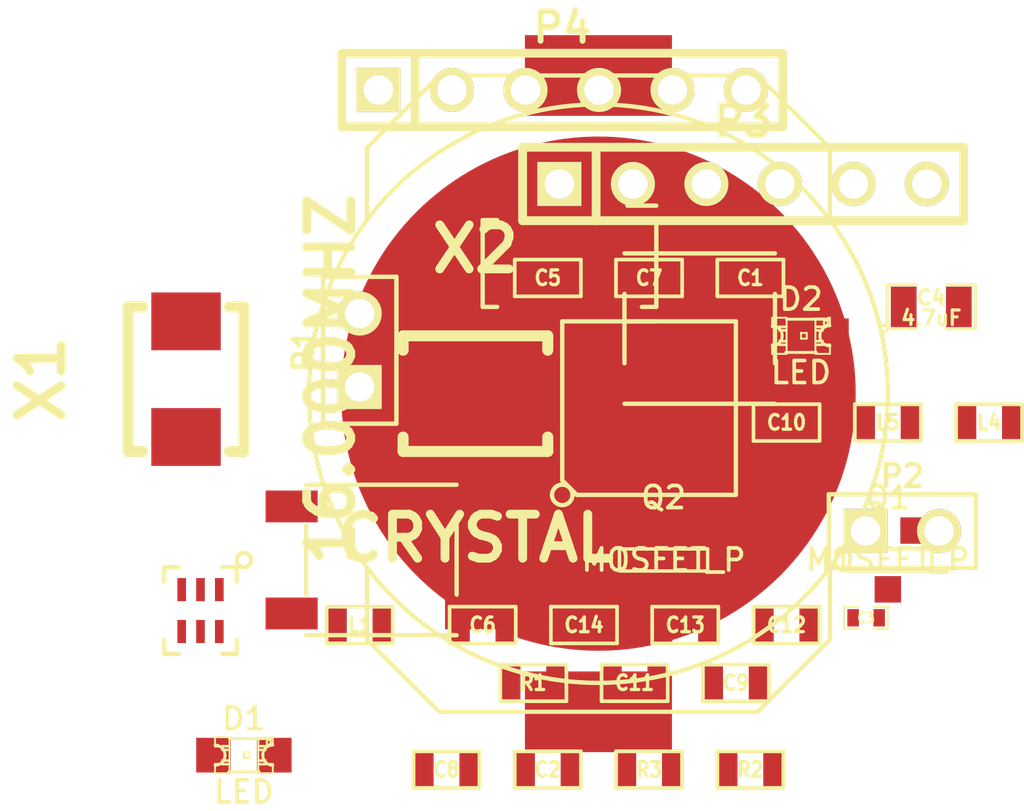
<source format=kicad_pcb>
(kicad_pcb (version 3) (host pcbnew "(2013-mar-13)-testing")

  (general
    (links 84)
    (no_connects 70)
    (area 0 0 0 0)
    (thickness 1.6)
    (drawings 0)
    (tracks 0)
    (zones 0)
    (modules 36)
    (nets 55)
  )

  (page A3)
  (layers
    (15 F.Cu signal)
    (0 B.Cu signal)
    (17 F.Adhes user)
    (18 B.Paste user)
    (19 F.Paste user)
    (20 B.SilkS user)
    (21 F.SilkS user)
    (22 B.Mask user)
    (23 F.Mask user)
    (28 Edge.Cuts user)
  )

  (setup
    (last_trace_width 0.2032)
    (user_trace_width 0.1524)
    (user_trace_width 0.2032)
    (user_trace_width 0.3048)
    (user_trace_width 0.508)
    (trace_clearance 0.1524)
    (zone_clearance 0.2032)
    (zone_45_only no)
    (trace_min 0.1524)
    (segment_width 0.2)
    (edge_width 0.15)
    (via_size 0.508)
    (via_drill 0.381)
    (via_min_size 0.508)
    (via_min_drill 0.381)
    (user_via 0.889 0.508)
    (user_via 1.27 0.762)
    (uvia_size 0.508)
    (uvia_drill 0.127)
    (uvias_allowed no)
    (uvia_min_size 0.508)
    (uvia_min_drill 0.127)
    (pcb_text_width 0.3)
    (pcb_text_size 1 1)
    (mod_edge_width 0.15)
    (mod_text_size 1 1)
    (mod_text_width 0.15)
    (pad_size 1.2 1)
    (pad_drill 0)
    (pad_to_mask_clearance 0)
    (aux_axis_origin 0 0)
    (visible_elements FFFFFFBF)
    (pcbplotparams
      (layerselection 284721153)
      (usegerberextensions true)
      (excludeedgelayer true)
      (linewidth 0.150000)
      (plotframeref false)
      (viasonmask false)
      (mode 1)
      (useauxorigin false)
      (hpglpennumber 1)
      (hpglpenspeed 20)
      (hpglpendiameter 15)
      (hpglpenoverlay 2)
      (psnegative false)
      (psa4output false)
      (plotreference true)
      (plotvalue true)
      (plotothertext true)
      (plotinvisibletext false)
      (padsonsilk false)
      (subtractmaskfromsilk false)
      (outputformat 1)
      (mirror false)
      (drillshape 0)
      (scaleselection 1)
      (outputdirectory out))
  )

  (net 0 "")
  (net 1 /AIN2)
  (net 2 /AIN3)
  (net 3 /AIN4)
  (net 4 /AIN5)
  (net 5 /AIN6)
  (net 6 /AIN7)
  (net 7 /ANT1)
  (net 8 /ANT2)
  (net 9 /LED1)
  (net 10 /LED2)
  (net 11 /P7)
  (net 12 /P8)
  (net 13 /SW1)
  (net 14 /SW2)
  (net 15 /SWCLK)
  (net 16 /SWDIO)
  (net 17 /VDD_PA)
  (net 18 AVDD)
  (net 19 GND)
  (net 20 N-000001)
  (net 21 N-0000010)
  (net 22 N-0000011)
  (net 23 N-0000012)
  (net 24 N-0000013)
  (net 25 N-0000017)
  (net 26 N-0000018)
  (net 27 N-0000020)
  (net 28 N-0000021)
  (net 29 N-0000023)
  (net 30 N-0000024)
  (net 31 N-0000025)
  (net 32 N-0000026)
  (net 33 N-0000027)
  (net 34 N-0000029)
  (net 35 N-000003)
  (net 36 N-0000039)
  (net 37 N-000004)
  (net 38 N-0000040)
  (net 39 N-0000041)
  (net 40 N-0000042)
  (net 41 N-0000043)
  (net 42 N-0000044)
  (net 43 N-0000045)
  (net 44 N-0000046)
  (net 45 N-0000047)
  (net 46 N-0000048)
  (net 47 N-0000049)
  (net 48 N-000005)
  (net 49 N-0000050)
  (net 50 N-000006)
  (net 51 N-000007)
  (net 52 N-000008)
  (net 53 N-000009)
  (net 54 VCC)

  (net_class Default "This is the default net class."
    (clearance 0.1524)
    (trace_width 0.2032)
    (via_dia 0.508)
    (via_drill 0.381)
    (uvia_dia 0.508)
    (uvia_drill 0.127)
    (add_net "")
    (add_net /AIN2)
    (add_net /AIN3)
    (add_net /AIN4)
    (add_net /AIN5)
    (add_net /AIN6)
    (add_net /AIN7)
    (add_net /ANT1)
    (add_net /ANT2)
    (add_net /LED1)
    (add_net /LED2)
    (add_net /P7)
    (add_net /P8)
    (add_net /SW1)
    (add_net /SW2)
    (add_net /SWCLK)
    (add_net /SWDIO)
    (add_net /VDD_PA)
    (add_net AVDD)
    (add_net GND)
    (add_net N-000001)
    (add_net N-0000010)
    (add_net N-0000011)
    (add_net N-0000012)
    (add_net N-0000013)
    (add_net N-0000017)
    (add_net N-0000018)
    (add_net N-0000020)
    (add_net N-0000021)
    (add_net N-0000023)
    (add_net N-0000024)
    (add_net N-0000025)
    (add_net N-0000026)
    (add_net N-0000027)
    (add_net N-0000029)
    (add_net N-000003)
    (add_net N-0000039)
    (add_net N-000004)
    (add_net N-0000040)
    (add_net N-0000041)
    (add_net N-0000042)
    (add_net N-0000043)
    (add_net N-0000044)
    (add_net N-0000045)
    (add_net N-0000046)
    (add_net N-0000047)
    (add_net N-0000048)
    (add_net N-0000049)
    (add_net N-000005)
    (add_net N-0000050)
    (add_net N-000006)
    (add_net N-000007)
    (add_net N-000008)
    (add_net N-000009)
    (add_net VCC)
  )

  (net_class antenna ""
    (clearance 0.1524)
    (trace_width 0.762)
    (via_dia 0.635)
    (via_drill 0.508)
    (uvia_dia 0.508)
    (uvia_drill 0.127)
  )

  (net_class balun ""
    (clearance 0.127)
    (trace_width 0.254)
    (via_dia 0.889)
    (via_drill 0.635)
    (uvia_dia 0.508)
    (uvia_drill 0.127)
  )

  (net_class logic ""
    (clearance 0.1524)
    (trace_width 0.1524)
    (via_dia 0.508)
    (via_drill 0.381)
    (uvia_dia 0.508)
    (uvia_drill 0.127)
  )

  (net_class power ""
    (clearance 0.1524)
    (trace_width 0.254)
    (via_dia 0.635)
    (via_drill 0.508)
    (uvia_dia 0.508)
    (uvia_drill 0.127)
  )

  (net_class power2 ""
    (clearance 0.2032)
    (trace_width 0.3048)
    (via_dia 0.889)
    (via_drill 0.635)
    (uvia_dia 0.508)
    (uvia_drill 0.127)
  )

  (module BALUN-JOHANSON (layer F.Cu) (tedit 5102D2DB) (tstamp 51A07D3D)
    (at 291.5 162)
    (path /5102F2E4)
    (fp_text reference B1 (at 0 -3.2512) (layer F.SilkS) hide
      (effects (font (thickness 0.3048)))
    )
    (fp_text value BALUN-JOHANSON (at 0 3.2512) (layer F.SilkS) hide
      (effects (font (thickness 0.3048)))
    )
    (fp_circle (center 1.5 -1.75) (end 1.5 -2) (layer F.SilkS) (width 0.15))
    (fp_line (start 0.75 1.5) (end 1.25 1.5) (layer F.SilkS) (width 0.15))
    (fp_line (start 1.25 1.5) (end 1.25 1) (layer F.SilkS) (width 0.15))
    (fp_line (start 0.75 -1.5) (end 1.25 -1.5) (layer F.SilkS) (width 0.15))
    (fp_line (start 1.25 -1.5) (end 1.25 -1) (layer F.SilkS) (width 0.15))
    (fp_line (start -1.25 -1) (end -1.25 -1.5) (layer F.SilkS) (width 0.15))
    (fp_line (start -1.25 -1.5) (end -0.75 -1.5) (layer F.SilkS) (width 0.15))
    (fp_line (start -0.75 1.5) (end -1.25 1.5) (layer F.SilkS) (width 0.15))
    (fp_line (start -1.25 1.5) (end -1.25 1) (layer F.SilkS) (width 0.15))
    (pad 1 smd rect (at 0.65024 -0.7239) (size 0.29972 0.8001)
      (layers F.Cu F.Paste F.Mask)
      (net 48 N-000005)
      (clearance 0.17526)
    )
    (pad 2 smd rect (at 0 -0.7239) (size 0.29972 0.8001)
      (layers F.Cu F.Paste F.Mask)
      (net 19 GND)
      (clearance 0.17526)
    )
    (pad 3 smd rect (at -0.65024 -0.7239) (size 0.29972 0.8001)
      (layers F.Cu F.Paste F.Mask)
      (net 8 /ANT2)
      (clearance 0.17526)
    )
    (pad 4 smd rect (at -0.65024 0.7239) (size 0.29972 0.8001)
      (layers F.Cu F.Paste F.Mask)
      (net 7 /ANT1)
      (clearance 0.17526)
    )
    (pad 5 smd rect (at 0 0.7239) (size 0.29972 0.8001)
      (layers F.Cu F.Paste F.Mask)
      (net 17 /VDD_PA)
      (clearance 0.17526)
    )
    (pad 6 smd rect (at 0.65024 0.7239) (size 0.29972 0.8001)
      (layers F.Cu F.Paste F.Mask)
      (net 42 N-0000044)
      (clearance 0.17526)
    )
  )

  (module BAT-BK912 (layer F.Cu) (tedit 51030D12) (tstamp 51A07D4F)
    (at 305.25 154.5 90)
    (path /51030C12)
    (fp_text reference BT1 (at -0.25 -10.25 90) (layer F.SilkS) hide
      (effects (font (size 1 1) (thickness 0.15)))
    )
    (fp_text value BATTERY (at 0 10 90) (layer F.SilkS) hide
      (effects (font (size 1 1) (thickness 0.15)))
    )
    (fp_line (start 8.5 -8) (end 6 -8) (layer F.SilkS) (width 0.15))
    (fp_line (start -8.5 -8) (end -6 -8) (layer F.SilkS) (width 0.15))
    (fp_line (start -8.5 8) (end -6 8) (layer F.SilkS) (width 0.15))
    (fp_line (start -8.5 -8) (end -11 -5.5) (layer F.SilkS) (width 0.15))
    (fp_line (start -11 -5.5) (end -11 5.5) (layer F.SilkS) (width 0.15))
    (fp_line (start -11 5.5) (end -8.5 8) (layer F.SilkS) (width 0.15))
    (fp_line (start 8.5 8) (end 6 8) (layer F.SilkS) (width 0.15))
    (fp_line (start 8.5 -8) (end 11 -5.5) (layer F.SilkS) (width 0.15))
    (fp_line (start 11 -5.5) (end 11 5.5) (layer F.SilkS) (width 0.15))
    (fp_line (start 11 5.5) (end 8.5 8) (layer F.SilkS) (width 0.15))
    (fp_circle (center 0 0) (end 10 0) (layer F.SilkS) (width 0.15))
    (pad 1 smd rect (at -11 0 90) (size 2.79 5.08)
      (layers F.Cu F.Paste F.Mask)
      (net 33 N-0000027)
    )
    (pad 1 smd rect (at 11 0 90) (size 2.79 5.08)
      (layers F.Cu F.Paste F.Mask)
      (net 33 N-0000027)
    )
    (pad 2 smd circle (at 0 0 90) (size 17.78 17.78)
      (layers F.Cu F.Paste F.Mask)
      (net 19 GND)
    )
  )

  (module SM0603 (layer F.Cu) (tedit 4E43A3D1) (tstamp 51A07D59)
    (at 310.5 150.5)
    (path /5105F64A)
    (attr smd)
    (fp_text reference C1 (at 0 0) (layer F.SilkS)
      (effects (font (size 0.508 0.4572) (thickness 0.1143)))
    )
    (fp_text value 0.1uF (at 0 0) (layer F.SilkS) hide
      (effects (font (size 0.508 0.4572) (thickness 0.1143)))
    )
    (fp_line (start -1.143 -0.635) (end 1.143 -0.635) (layer F.SilkS) (width 0.127))
    (fp_line (start 1.143 -0.635) (end 1.143 0.635) (layer F.SilkS) (width 0.127))
    (fp_line (start 1.143 0.635) (end -1.143 0.635) (layer F.SilkS) (width 0.127))
    (fp_line (start -1.143 0.635) (end -1.143 -0.635) (layer F.SilkS) (width 0.127))
    (pad 1 smd rect (at -0.762 0) (size 0.635 1.143)
      (layers F.Cu F.Paste F.Mask)
      (net 34 N-0000029)
    )
    (pad 2 smd rect (at 0.762 0) (size 0.635 1.143)
      (layers F.Cu F.Paste F.Mask)
      (net 54 VCC)
    )
    (model smd\resistors\R0603.wrl
      (at (xyz 0 0 0.001))
      (scale (xyz 0.5 0.5 0.5))
      (rotate (xyz 0 0 0))
    )
  )

  (module SM0603 (layer F.Cu) (tedit 4E43A3D1) (tstamp 51A07D63)
    (at 303.5 167.5)
    (path /5105F659)
    (attr smd)
    (fp_text reference C2 (at 0 0) (layer F.SilkS)
      (effects (font (size 0.508 0.4572) (thickness 0.1143)))
    )
    (fp_text value 0.1uF (at 0 0) (layer F.SilkS) hide
      (effects (font (size 0.508 0.4572) (thickness 0.1143)))
    )
    (fp_line (start -1.143 -0.635) (end 1.143 -0.635) (layer F.SilkS) (width 0.127))
    (fp_line (start 1.143 -0.635) (end 1.143 0.635) (layer F.SilkS) (width 0.127))
    (fp_line (start 1.143 0.635) (end -1.143 0.635) (layer F.SilkS) (width 0.127))
    (fp_line (start -1.143 0.635) (end -1.143 -0.635) (layer F.SilkS) (width 0.127))
    (pad 1 smd rect (at -0.762 0) (size 0.635 1.143)
      (layers F.Cu F.Paste F.Mask)
      (net 19 GND)
    )
    (pad 2 smd rect (at 0.762 0) (size 0.635 1.143)
      (layers F.Cu F.Paste F.Mask)
      (net 54 VCC)
    )
    (model smd\resistors\R0603.wrl
      (at (xyz 0 0 0.001))
      (scale (xyz 0.5 0.5 0.5))
      (rotate (xyz 0 0 0))
    )
  )

  (module SM0402 (layer F.Cu) (tedit 50A4E0BA) (tstamp 51A07D6F)
    (at 314.5 162.25)
    (path /5102E9B4)
    (attr smd)
    (fp_text reference C3 (at 0 0) (layer F.SilkS)
      (effects (font (size 0.35052 0.3048) (thickness 0.07112)))
    )
    (fp_text value 2.2nF (at 0.09906 0) (layer F.SilkS) hide
      (effects (font (size 0.35052 0.3048) (thickness 0.07112)))
    )
    (fp_line (start -0.254 -0.381) (end -0.762 -0.381) (layer F.SilkS) (width 0.07112))
    (fp_line (start -0.762 -0.381) (end -0.762 0.381) (layer F.SilkS) (width 0.07112))
    (fp_line (start -0.762 0.381) (end -0.254 0.381) (layer F.SilkS) (width 0.07112))
    (fp_line (start 0.254 -0.381) (end 0.762 -0.381) (layer F.SilkS) (width 0.07112))
    (fp_line (start 0.762 -0.381) (end 0.762 0.381) (layer F.SilkS) (width 0.07112))
    (fp_line (start 0.762 0.381) (end 0.254 0.381) (layer F.SilkS) (width 0.07112))
    (pad 1 smd rect (at -0.44958 0) (size 0.39878 0.59944)
      (layers F.Cu F.Paste F.Mask)
      (net 17 /VDD_PA)
    )
    (pad 2 smd rect (at 0.44958 0) (size 0.39878 0.59944)
      (layers F.Cu F.Paste F.Mask)
      (net 19 GND)
    )
    (model smd\chip_cms.wrl
      (at (xyz 0 0 0.002))
      (scale (xyz 0.05 0.05 0.05))
      (rotate (xyz 0 0 0))
    )
  )

  (module SM0805 (layer F.Cu) (tedit 5091495C) (tstamp 51A07D7C)
    (at 316.75 151.5)
    (path /51044D29)
    (attr smd)
    (fp_text reference C4 (at 0 -0.3175) (layer F.SilkS)
      (effects (font (size 0.50038 0.50038) (thickness 0.10922)))
    )
    (fp_text value 4.7uF (at 0 0.381) (layer F.SilkS)
      (effects (font (size 0.50038 0.50038) (thickness 0.10922)))
    )
    (fp_circle (center -1.651 0.762) (end -1.651 0.635) (layer F.SilkS) (width 0.09906))
    (fp_line (start -0.508 0.762) (end -1.524 0.762) (layer F.SilkS) (width 0.09906))
    (fp_line (start -1.524 0.762) (end -1.524 -0.762) (layer F.SilkS) (width 0.09906))
    (fp_line (start -1.524 -0.762) (end -0.508 -0.762) (layer F.SilkS) (width 0.09906))
    (fp_line (start 0.508 -0.762) (end 1.524 -0.762) (layer F.SilkS) (width 0.09906))
    (fp_line (start 1.524 -0.762) (end 1.524 0.762) (layer F.SilkS) (width 0.09906))
    (fp_line (start 1.524 0.762) (end 0.508 0.762) (layer F.SilkS) (width 0.09906))
    (pad 1 smd rect (at -0.9525 0) (size 0.889 1.397)
      (layers F.Cu F.Paste F.Mask)
      (net 54 VCC)
    )
    (pad 2 smd rect (at 0.9525 0) (size 0.889 1.397)
      (layers F.Cu F.Paste F.Mask)
      (net 19 GND)
    )
    (model smd/chip_cms.wrl
      (at (xyz 0 0 0))
      (scale (xyz 0.1 0.1 0.1))
      (rotate (xyz 0 0 0))
    )
  )

  (module SM0603 (layer F.Cu) (tedit 4E43A3D1) (tstamp 51A07D86)
    (at 303.5 150.5)
    (path /51735C87)
    (attr smd)
    (fp_text reference C5 (at 0 0) (layer F.SilkS)
      (effects (font (size 0.508 0.4572) (thickness 0.1143)))
    )
    (fp_text value 12pF (at 0 0) (layer F.SilkS) hide
      (effects (font (size 0.508 0.4572) (thickness 0.1143)))
    )
    (fp_line (start -1.143 -0.635) (end 1.143 -0.635) (layer F.SilkS) (width 0.127))
    (fp_line (start 1.143 -0.635) (end 1.143 0.635) (layer F.SilkS) (width 0.127))
    (fp_line (start 1.143 0.635) (end -1.143 0.635) (layer F.SilkS) (width 0.127))
    (fp_line (start -1.143 0.635) (end -1.143 -0.635) (layer F.SilkS) (width 0.127))
    (pad 1 smd rect (at -0.762 0) (size 0.635 1.143)
      (layers F.Cu F.Paste F.Mask)
      (net 19 GND)
    )
    (pad 2 smd rect (at 0.762 0) (size 0.635 1.143)
      (layers F.Cu F.Paste F.Mask)
      (net 23 N-0000012)
    )
    (model smd\resistors\R0603.wrl
      (at (xyz 0 0 0.001))
      (scale (xyz 0.5 0.5 0.5))
      (rotate (xyz 0 0 0))
    )
  )

  (module SM0603 (layer F.Cu) (tedit 4E43A3D1) (tstamp 51A07D90)
    (at 301.25 162.5)
    (path /51734F61)
    (attr smd)
    (fp_text reference C6 (at 0 0) (layer F.SilkS)
      (effects (font (size 0.508 0.4572) (thickness 0.1143)))
    )
    (fp_text value 12pF (at 0 0) (layer F.SilkS) hide
      (effects (font (size 0.508 0.4572) (thickness 0.1143)))
    )
    (fp_line (start -1.143 -0.635) (end 1.143 -0.635) (layer F.SilkS) (width 0.127))
    (fp_line (start 1.143 -0.635) (end 1.143 0.635) (layer F.SilkS) (width 0.127))
    (fp_line (start 1.143 0.635) (end -1.143 0.635) (layer F.SilkS) (width 0.127))
    (fp_line (start -1.143 0.635) (end -1.143 -0.635) (layer F.SilkS) (width 0.127))
    (pad 1 smd rect (at -0.762 0) (size 0.635 1.143)
      (layers F.Cu F.Paste F.Mask)
      (net 19 GND)
    )
    (pad 2 smd rect (at 0.762 0) (size 0.635 1.143)
      (layers F.Cu F.Paste F.Mask)
      (net 24 N-0000013)
    )
    (model smd\resistors\R0603.wrl
      (at (xyz 0 0 0.001))
      (scale (xyz 0.5 0.5 0.5))
      (rotate (xyz 0 0 0))
    )
  )

  (module SM0603 (layer F.Cu) (tedit 4E43A3D1) (tstamp 51A07D9A)
    (at 307 150.5)
    (path /5102E100)
    (attr smd)
    (fp_text reference C7 (at 0 0) (layer F.SilkS)
      (effects (font (size 0.508 0.4572) (thickness 0.1143)))
    )
    (fp_text value 4.7uF (at 0 0) (layer F.SilkS) hide
      (effects (font (size 0.508 0.4572) (thickness 0.1143)))
    )
    (fp_line (start -1.143 -0.635) (end 1.143 -0.635) (layer F.SilkS) (width 0.127))
    (fp_line (start 1.143 -0.635) (end 1.143 0.635) (layer F.SilkS) (width 0.127))
    (fp_line (start 1.143 0.635) (end -1.143 0.635) (layer F.SilkS) (width 0.127))
    (fp_line (start -1.143 0.635) (end -1.143 -0.635) (layer F.SilkS) (width 0.127))
    (pad 1 smd rect (at -0.762 0) (size 0.635 1.143)
      (layers F.Cu F.Paste F.Mask)
      (net 54 VCC)
    )
    (pad 2 smd rect (at 0.762 0) (size 0.635 1.143)
      (layers F.Cu F.Paste F.Mask)
      (net 19 GND)
    )
    (model smd\resistors\R0603.wrl
      (at (xyz 0 0 0.001))
      (scale (xyz 0.5 0.5 0.5))
      (rotate (xyz 0 0 0))
    )
  )

  (module SM0603 (layer F.Cu) (tedit 4E43A3D1) (tstamp 51A07DA4)
    (at 300 167.5)
    (path /5102E413)
    (attr smd)
    (fp_text reference C8 (at 0 0) (layer F.SilkS)
      (effects (font (size 0.508 0.4572) (thickness 0.1143)))
    )
    (fp_text value 0.1uF (at 0 0) (layer F.SilkS) hide
      (effects (font (size 0.508 0.4572) (thickness 0.1143)))
    )
    (fp_line (start -1.143 -0.635) (end 1.143 -0.635) (layer F.SilkS) (width 0.127))
    (fp_line (start 1.143 -0.635) (end 1.143 0.635) (layer F.SilkS) (width 0.127))
    (fp_line (start 1.143 0.635) (end -1.143 0.635) (layer F.SilkS) (width 0.127))
    (fp_line (start -1.143 0.635) (end -1.143 -0.635) (layer F.SilkS) (width 0.127))
    (pad 1 smd rect (at -0.762 0) (size 0.635 1.143)
      (layers F.Cu F.Paste F.Mask)
      (net 25 N-0000017)
    )
    (pad 2 smd rect (at 0.762 0) (size 0.635 1.143)
      (layers F.Cu F.Paste F.Mask)
      (net 19 GND)
    )
    (model smd\resistors\R0603.wrl
      (at (xyz 0 0 0.001))
      (scale (xyz 0.5 0.5 0.5))
      (rotate (xyz 0 0 0))
    )
  )

  (module SM0603 (layer F.Cu) (tedit 4E43A3D1) (tstamp 51A07DAE)
    (at 310 164.5)
    (path /5102E6BE)
    (attr smd)
    (fp_text reference C9 (at 0 0) (layer F.SilkS)
      (effects (font (size 0.508 0.4572) (thickness 0.1143)))
    )
    (fp_text value 1nF (at 0 0) (layer F.SilkS) hide
      (effects (font (size 0.508 0.4572) (thickness 0.1143)))
    )
    (fp_line (start -1.143 -0.635) (end 1.143 -0.635) (layer F.SilkS) (width 0.127))
    (fp_line (start 1.143 -0.635) (end 1.143 0.635) (layer F.SilkS) (width 0.127))
    (fp_line (start 1.143 0.635) (end -1.143 0.635) (layer F.SilkS) (width 0.127))
    (fp_line (start -1.143 0.635) (end -1.143 -0.635) (layer F.SilkS) (width 0.127))
    (pad 1 smd rect (at -0.762 0) (size 0.635 1.143)
      (layers F.Cu F.Paste F.Mask)
      (net 18 AVDD)
    )
    (pad 2 smd rect (at 0.762 0) (size 0.635 1.143)
      (layers F.Cu F.Paste F.Mask)
      (net 19 GND)
    )
    (model smd\resistors\R0603.wrl
      (at (xyz 0 0 0.001))
      (scale (xyz 0.5 0.5 0.5))
      (rotate (xyz 0 0 0))
    )
  )

  (module SM0603 (layer F.Cu) (tedit 4E43A3D1) (tstamp 51A07DB8)
    (at 311.75 155.5)
    (path /5102EA08)
    (attr smd)
    (fp_text reference C10 (at 0 0) (layer F.SilkS)
      (effects (font (size 0.508 0.4572) (thickness 0.1143)))
    )
    (fp_text value 47nF (at 0 0) (layer F.SilkS) hide
      (effects (font (size 0.508 0.4572) (thickness 0.1143)))
    )
    (fp_line (start -1.143 -0.635) (end 1.143 -0.635) (layer F.SilkS) (width 0.127))
    (fp_line (start 1.143 -0.635) (end 1.143 0.635) (layer F.SilkS) (width 0.127))
    (fp_line (start 1.143 0.635) (end -1.143 0.635) (layer F.SilkS) (width 0.127))
    (fp_line (start -1.143 0.635) (end -1.143 -0.635) (layer F.SilkS) (width 0.127))
    (pad 1 smd rect (at -0.762 0) (size 0.635 1.143)
      (layers F.Cu F.Paste F.Mask)
      (net 20 N-000001)
    )
    (pad 2 smd rect (at 0.762 0) (size 0.635 1.143)
      (layers F.Cu F.Paste F.Mask)
      (net 19 GND)
    )
    (model smd\resistors\R0603.wrl
      (at (xyz 0 0 0.001))
      (scale (xyz 0.5 0.5 0.5))
      (rotate (xyz 0 0 0))
    )
  )

  (module SM0603 (layer F.Cu) (tedit 4E43A3D1) (tstamp 51A07DC2)
    (at 306.5 164.5)
    (path /5102E1E7)
    (attr smd)
    (fp_text reference C11 (at 0 0) (layer F.SilkS)
      (effects (font (size 0.508 0.4572) (thickness 0.1143)))
    )
    (fp_text value 0.1uF (at 0 0) (layer F.SilkS) hide
      (effects (font (size 0.508 0.4572) (thickness 0.1143)))
    )
    (fp_line (start -1.143 -0.635) (end 1.143 -0.635) (layer F.SilkS) (width 0.127))
    (fp_line (start 1.143 -0.635) (end 1.143 0.635) (layer F.SilkS) (width 0.127))
    (fp_line (start 1.143 0.635) (end -1.143 0.635) (layer F.SilkS) (width 0.127))
    (fp_line (start -1.143 0.635) (end -1.143 -0.635) (layer F.SilkS) (width 0.127))
    (pad 1 smd rect (at -0.762 0) (size 0.635 1.143)
      (layers F.Cu F.Paste F.Mask)
      (net 54 VCC)
    )
    (pad 2 smd rect (at 0.762 0) (size 0.635 1.143)
      (layers F.Cu F.Paste F.Mask)
      (net 19 GND)
    )
    (model smd\resistors\R0603.wrl
      (at (xyz 0 0 0.001))
      (scale (xyz 0.5 0.5 0.5))
      (rotate (xyz 0 0 0))
    )
  )

  (module SM0603 (layer F.Cu) (tedit 4E43A3D1) (tstamp 51A07DCC)
    (at 311.75 162.5)
    (path /5102DE96)
    (attr smd)
    (fp_text reference C12 (at 0 0) (layer F.SilkS)
      (effects (font (size 0.508 0.4572) (thickness 0.1143)))
    )
    (fp_text value 1uF (at 0 0) (layer F.SilkS) hide
      (effects (font (size 0.508 0.4572) (thickness 0.1143)))
    )
    (fp_line (start -1.143 -0.635) (end 1.143 -0.635) (layer F.SilkS) (width 0.127))
    (fp_line (start 1.143 -0.635) (end 1.143 0.635) (layer F.SilkS) (width 0.127))
    (fp_line (start 1.143 0.635) (end -1.143 0.635) (layer F.SilkS) (width 0.127))
    (fp_line (start -1.143 0.635) (end -1.143 -0.635) (layer F.SilkS) (width 0.127))
    (pad 1 smd rect (at -0.762 0) (size 0.635 1.143)
      (layers F.Cu F.Paste F.Mask)
      (net 18 AVDD)
    )
    (pad 2 smd rect (at 0.762 0) (size 0.635 1.143)
      (layers F.Cu F.Paste F.Mask)
      (net 19 GND)
    )
    (model smd\resistors\R0603.wrl
      (at (xyz 0 0 0.001))
      (scale (xyz 0.5 0.5 0.5))
      (rotate (xyz 0 0 0))
    )
  )

  (module SM0603 (layer F.Cu) (tedit 4E43A3D1) (tstamp 51A07DD6)
    (at 308.25 162.5)
    (path /519FFCC2)
    (attr smd)
    (fp_text reference C13 (at 0 0) (layer F.SilkS)
      (effects (font (size 0.508 0.4572) (thickness 0.1143)))
    )
    (fp_text value 12pF (at 0 0) (layer F.SilkS) hide
      (effects (font (size 0.508 0.4572) (thickness 0.1143)))
    )
    (fp_line (start -1.143 -0.635) (end 1.143 -0.635) (layer F.SilkS) (width 0.127))
    (fp_line (start 1.143 -0.635) (end 1.143 0.635) (layer F.SilkS) (width 0.127))
    (fp_line (start 1.143 0.635) (end -1.143 0.635) (layer F.SilkS) (width 0.127))
    (fp_line (start -1.143 0.635) (end -1.143 -0.635) (layer F.SilkS) (width 0.127))
    (pad 1 smd rect (at -0.762 0) (size 0.635 1.143)
      (layers F.Cu F.Paste F.Mask)
      (net 19 GND)
    )
    (pad 2 smd rect (at 0.762 0) (size 0.635 1.143)
      (layers F.Cu F.Paste F.Mask)
      (net 30 N-0000024)
    )
    (model smd\resistors\R0603.wrl
      (at (xyz 0 0 0.001))
      (scale (xyz 0.5 0.5 0.5))
      (rotate (xyz 0 0 0))
    )
  )

  (module SM0603 (layer F.Cu) (tedit 4E43A3D1) (tstamp 51A07DE0)
    (at 304.75 162.5)
    (path /519FFCD1)
    (attr smd)
    (fp_text reference C14 (at 0 0) (layer F.SilkS)
      (effects (font (size 0.508 0.4572) (thickness 0.1143)))
    )
    (fp_text value 12pF (at 0 0) (layer F.SilkS) hide
      (effects (font (size 0.508 0.4572) (thickness 0.1143)))
    )
    (fp_line (start -1.143 -0.635) (end 1.143 -0.635) (layer F.SilkS) (width 0.127))
    (fp_line (start 1.143 -0.635) (end 1.143 0.635) (layer F.SilkS) (width 0.127))
    (fp_line (start 1.143 0.635) (end -1.143 0.635) (layer F.SilkS) (width 0.127))
    (fp_line (start -1.143 0.635) (end -1.143 -0.635) (layer F.SilkS) (width 0.127))
    (pad 1 smd rect (at -0.762 0) (size 0.635 1.143)
      (layers F.Cu F.Paste F.Mask)
      (net 19 GND)
    )
    (pad 2 smd rect (at 0.762 0) (size 0.635 1.143)
      (layers F.Cu F.Paste F.Mask)
      (net 29 N-0000023)
    )
    (model smd\resistors\R0603.wrl
      (at (xyz 0 0 0.001))
      (scale (xyz 0.5 0.5 0.5))
      (rotate (xyz 0 0 0))
    )
  )

  (module LED-0805 (layer F.Cu) (tedit 49DC4C0B) (tstamp 51A07E1B)
    (at 293 167)
    (descr "LED 0805 smd package")
    (tags "LED 0805 SMD")
    (path /510300AF)
    (attr smd)
    (fp_text reference D1 (at 0 -1.27) (layer F.SilkS)
      (effects (font (size 0.762 0.762) (thickness 0.127)))
    )
    (fp_text value LED (at 0 1.27) (layer F.SilkS)
      (effects (font (size 0.762 0.762) (thickness 0.127)))
    )
    (fp_line (start 0.49784 0.29972) (end 0.49784 0.62484) (layer F.SilkS) (width 0.06604))
    (fp_line (start 0.49784 0.62484) (end 0.99822 0.62484) (layer F.SilkS) (width 0.06604))
    (fp_line (start 0.99822 0.29972) (end 0.99822 0.62484) (layer F.SilkS) (width 0.06604))
    (fp_line (start 0.49784 0.29972) (end 0.99822 0.29972) (layer F.SilkS) (width 0.06604))
    (fp_line (start 0.49784 -0.32258) (end 0.49784 -0.17272) (layer F.SilkS) (width 0.06604))
    (fp_line (start 0.49784 -0.17272) (end 0.7493 -0.17272) (layer F.SilkS) (width 0.06604))
    (fp_line (start 0.7493 -0.32258) (end 0.7493 -0.17272) (layer F.SilkS) (width 0.06604))
    (fp_line (start 0.49784 -0.32258) (end 0.7493 -0.32258) (layer F.SilkS) (width 0.06604))
    (fp_line (start 0.49784 0.17272) (end 0.49784 0.32258) (layer F.SilkS) (width 0.06604))
    (fp_line (start 0.49784 0.32258) (end 0.7493 0.32258) (layer F.SilkS) (width 0.06604))
    (fp_line (start 0.7493 0.17272) (end 0.7493 0.32258) (layer F.SilkS) (width 0.06604))
    (fp_line (start 0.49784 0.17272) (end 0.7493 0.17272) (layer F.SilkS) (width 0.06604))
    (fp_line (start 0.49784 -0.19812) (end 0.49784 0.19812) (layer F.SilkS) (width 0.06604))
    (fp_line (start 0.49784 0.19812) (end 0.6731 0.19812) (layer F.SilkS) (width 0.06604))
    (fp_line (start 0.6731 -0.19812) (end 0.6731 0.19812) (layer F.SilkS) (width 0.06604))
    (fp_line (start 0.49784 -0.19812) (end 0.6731 -0.19812) (layer F.SilkS) (width 0.06604))
    (fp_line (start -0.99822 0.29972) (end -0.99822 0.62484) (layer F.SilkS) (width 0.06604))
    (fp_line (start -0.99822 0.62484) (end -0.49784 0.62484) (layer F.SilkS) (width 0.06604))
    (fp_line (start -0.49784 0.29972) (end -0.49784 0.62484) (layer F.SilkS) (width 0.06604))
    (fp_line (start -0.99822 0.29972) (end -0.49784 0.29972) (layer F.SilkS) (width 0.06604))
    (fp_line (start -0.99822 -0.62484) (end -0.99822 -0.29972) (layer F.SilkS) (width 0.06604))
    (fp_line (start -0.99822 -0.29972) (end -0.49784 -0.29972) (layer F.SilkS) (width 0.06604))
    (fp_line (start -0.49784 -0.62484) (end -0.49784 -0.29972) (layer F.SilkS) (width 0.06604))
    (fp_line (start -0.99822 -0.62484) (end -0.49784 -0.62484) (layer F.SilkS) (width 0.06604))
    (fp_line (start -0.7493 0.17272) (end -0.7493 0.32258) (layer F.SilkS) (width 0.06604))
    (fp_line (start -0.7493 0.32258) (end -0.49784 0.32258) (layer F.SilkS) (width 0.06604))
    (fp_line (start -0.49784 0.17272) (end -0.49784 0.32258) (layer F.SilkS) (width 0.06604))
    (fp_line (start -0.7493 0.17272) (end -0.49784 0.17272) (layer F.SilkS) (width 0.06604))
    (fp_line (start -0.7493 -0.32258) (end -0.7493 -0.17272) (layer F.SilkS) (width 0.06604))
    (fp_line (start -0.7493 -0.17272) (end -0.49784 -0.17272) (layer F.SilkS) (width 0.06604))
    (fp_line (start -0.49784 -0.32258) (end -0.49784 -0.17272) (layer F.SilkS) (width 0.06604))
    (fp_line (start -0.7493 -0.32258) (end -0.49784 -0.32258) (layer F.SilkS) (width 0.06604))
    (fp_line (start -0.6731 -0.19812) (end -0.6731 0.19812) (layer F.SilkS) (width 0.06604))
    (fp_line (start -0.6731 0.19812) (end -0.49784 0.19812) (layer F.SilkS) (width 0.06604))
    (fp_line (start -0.49784 -0.19812) (end -0.49784 0.19812) (layer F.SilkS) (width 0.06604))
    (fp_line (start -0.6731 -0.19812) (end -0.49784 -0.19812) (layer F.SilkS) (width 0.06604))
    (fp_line (start 0 -0.09906) (end 0 0.09906) (layer F.SilkS) (width 0.06604))
    (fp_line (start 0 0.09906) (end 0.19812 0.09906) (layer F.SilkS) (width 0.06604))
    (fp_line (start 0.19812 -0.09906) (end 0.19812 0.09906) (layer F.SilkS) (width 0.06604))
    (fp_line (start 0 -0.09906) (end 0.19812 -0.09906) (layer F.SilkS) (width 0.06604))
    (fp_line (start 0.49784 -0.59944) (end 0.49784 -0.29972) (layer F.SilkS) (width 0.06604))
    (fp_line (start 0.49784 -0.29972) (end 0.79756 -0.29972) (layer F.SilkS) (width 0.06604))
    (fp_line (start 0.79756 -0.59944) (end 0.79756 -0.29972) (layer F.SilkS) (width 0.06604))
    (fp_line (start 0.49784 -0.59944) (end 0.79756 -0.59944) (layer F.SilkS) (width 0.06604))
    (fp_line (start 0.92456 -0.62484) (end 0.92456 -0.39878) (layer F.SilkS) (width 0.06604))
    (fp_line (start 0.92456 -0.39878) (end 0.99822 -0.39878) (layer F.SilkS) (width 0.06604))
    (fp_line (start 0.99822 -0.62484) (end 0.99822 -0.39878) (layer F.SilkS) (width 0.06604))
    (fp_line (start 0.92456 -0.62484) (end 0.99822 -0.62484) (layer F.SilkS) (width 0.06604))
    (fp_line (start 0.52324 0.57404) (end -0.52324 0.57404) (layer F.SilkS) (width 0.1016))
    (fp_line (start -0.49784 -0.57404) (end 0.92456 -0.57404) (layer F.SilkS) (width 0.1016))
    (fp_circle (center 0.84836 -0.44958) (end 0.89916 -0.50038) (layer F.SilkS) (width 0.0508))
    (fp_arc (start 0.99822 0) (end 0.99822 0.34798) (angle 180) (layer F.SilkS) (width 0.1016))
    (fp_arc (start -0.99822 0) (end -0.99822 -0.34798) (angle 180) (layer F.SilkS) (width 0.1016))
    (pad 1 smd rect (at -1.04902 0) (size 1.19888 1.19888)
      (layers F.Cu F.Paste F.Mask)
      (net 54 VCC)
    )
    (pad 2 smd rect (at 1.04902 0) (size 1.19888 1.19888)
      (layers F.Cu F.Paste F.Mask)
      (net 37 N-000004)
    )
  )

  (module LED-0805 (layer F.Cu) (tedit 49DC4C0B) (tstamp 51A07E56)
    (at 312.25 152.5)
    (descr "LED 0805 smd package")
    (tags "LED 0805 SMD")
    (path /510300A0)
    (attr smd)
    (fp_text reference D2 (at 0 -1.27) (layer F.SilkS)
      (effects (font (size 0.762 0.762) (thickness 0.127)))
    )
    (fp_text value LED (at 0 1.27) (layer F.SilkS)
      (effects (font (size 0.762 0.762) (thickness 0.127)))
    )
    (fp_line (start 0.49784 0.29972) (end 0.49784 0.62484) (layer F.SilkS) (width 0.06604))
    (fp_line (start 0.49784 0.62484) (end 0.99822 0.62484) (layer F.SilkS) (width 0.06604))
    (fp_line (start 0.99822 0.29972) (end 0.99822 0.62484) (layer F.SilkS) (width 0.06604))
    (fp_line (start 0.49784 0.29972) (end 0.99822 0.29972) (layer F.SilkS) (width 0.06604))
    (fp_line (start 0.49784 -0.32258) (end 0.49784 -0.17272) (layer F.SilkS) (width 0.06604))
    (fp_line (start 0.49784 -0.17272) (end 0.7493 -0.17272) (layer F.SilkS) (width 0.06604))
    (fp_line (start 0.7493 -0.32258) (end 0.7493 -0.17272) (layer F.SilkS) (width 0.06604))
    (fp_line (start 0.49784 -0.32258) (end 0.7493 -0.32258) (layer F.SilkS) (width 0.06604))
    (fp_line (start 0.49784 0.17272) (end 0.49784 0.32258) (layer F.SilkS) (width 0.06604))
    (fp_line (start 0.49784 0.32258) (end 0.7493 0.32258) (layer F.SilkS) (width 0.06604))
    (fp_line (start 0.7493 0.17272) (end 0.7493 0.32258) (layer F.SilkS) (width 0.06604))
    (fp_line (start 0.49784 0.17272) (end 0.7493 0.17272) (layer F.SilkS) (width 0.06604))
    (fp_line (start 0.49784 -0.19812) (end 0.49784 0.19812) (layer F.SilkS) (width 0.06604))
    (fp_line (start 0.49784 0.19812) (end 0.6731 0.19812) (layer F.SilkS) (width 0.06604))
    (fp_line (start 0.6731 -0.19812) (end 0.6731 0.19812) (layer F.SilkS) (width 0.06604))
    (fp_line (start 0.49784 -0.19812) (end 0.6731 -0.19812) (layer F.SilkS) (width 0.06604))
    (fp_line (start -0.99822 0.29972) (end -0.99822 0.62484) (layer F.SilkS) (width 0.06604))
    (fp_line (start -0.99822 0.62484) (end -0.49784 0.62484) (layer F.SilkS) (width 0.06604))
    (fp_line (start -0.49784 0.29972) (end -0.49784 0.62484) (layer F.SilkS) (width 0.06604))
    (fp_line (start -0.99822 0.29972) (end -0.49784 0.29972) (layer F.SilkS) (width 0.06604))
    (fp_line (start -0.99822 -0.62484) (end -0.99822 -0.29972) (layer F.SilkS) (width 0.06604))
    (fp_line (start -0.99822 -0.29972) (end -0.49784 -0.29972) (layer F.SilkS) (width 0.06604))
    (fp_line (start -0.49784 -0.62484) (end -0.49784 -0.29972) (layer F.SilkS) (width 0.06604))
    (fp_line (start -0.99822 -0.62484) (end -0.49784 -0.62484) (layer F.SilkS) (width 0.06604))
    (fp_line (start -0.7493 0.17272) (end -0.7493 0.32258) (layer F.SilkS) (width 0.06604))
    (fp_line (start -0.7493 0.32258) (end -0.49784 0.32258) (layer F.SilkS) (width 0.06604))
    (fp_line (start -0.49784 0.17272) (end -0.49784 0.32258) (layer F.SilkS) (width 0.06604))
    (fp_line (start -0.7493 0.17272) (end -0.49784 0.17272) (layer F.SilkS) (width 0.06604))
    (fp_line (start -0.7493 -0.32258) (end -0.7493 -0.17272) (layer F.SilkS) (width 0.06604))
    (fp_line (start -0.7493 -0.17272) (end -0.49784 -0.17272) (layer F.SilkS) (width 0.06604))
    (fp_line (start -0.49784 -0.32258) (end -0.49784 -0.17272) (layer F.SilkS) (width 0.06604))
    (fp_line (start -0.7493 -0.32258) (end -0.49784 -0.32258) (layer F.SilkS) (width 0.06604))
    (fp_line (start -0.6731 -0.19812) (end -0.6731 0.19812) (layer F.SilkS) (width 0.06604))
    (fp_line (start -0.6731 0.19812) (end -0.49784 0.19812) (layer F.SilkS) (width 0.06604))
    (fp_line (start -0.49784 -0.19812) (end -0.49784 0.19812) (layer F.SilkS) (width 0.06604))
    (fp_line (start -0.6731 -0.19812) (end -0.49784 -0.19812) (layer F.SilkS) (width 0.06604))
    (fp_line (start 0 -0.09906) (end 0 0.09906) (layer F.SilkS) (width 0.06604))
    (fp_line (start 0 0.09906) (end 0.19812 0.09906) (layer F.SilkS) (width 0.06604))
    (fp_line (start 0.19812 -0.09906) (end 0.19812 0.09906) (layer F.SilkS) (width 0.06604))
    (fp_line (start 0 -0.09906) (end 0.19812 -0.09906) (layer F.SilkS) (width 0.06604))
    (fp_line (start 0.49784 -0.59944) (end 0.49784 -0.29972) (layer F.SilkS) (width 0.06604))
    (fp_line (start 0.49784 -0.29972) (end 0.79756 -0.29972) (layer F.SilkS) (width 0.06604))
    (fp_line (start 0.79756 -0.59944) (end 0.79756 -0.29972) (layer F.SilkS) (width 0.06604))
    (fp_line (start 0.49784 -0.59944) (end 0.79756 -0.59944) (layer F.SilkS) (width 0.06604))
    (fp_line (start 0.92456 -0.62484) (end 0.92456 -0.39878) (layer F.SilkS) (width 0.06604))
    (fp_line (start 0.92456 -0.39878) (end 0.99822 -0.39878) (layer F.SilkS) (width 0.06604))
    (fp_line (start 0.99822 -0.62484) (end 0.99822 -0.39878) (layer F.SilkS) (width 0.06604))
    (fp_line (start 0.92456 -0.62484) (end 0.99822 -0.62484) (layer F.SilkS) (width 0.06604))
    (fp_line (start 0.52324 0.57404) (end -0.52324 0.57404) (layer F.SilkS) (width 0.1016))
    (fp_line (start -0.49784 -0.57404) (end 0.92456 -0.57404) (layer F.SilkS) (width 0.1016))
    (fp_circle (center 0.84836 -0.44958) (end 0.89916 -0.50038) (layer F.SilkS) (width 0.0508))
    (fp_arc (start 0.99822 0) (end 0.99822 0.34798) (angle 180) (layer F.SilkS) (width 0.1016))
    (fp_arc (start -0.99822 0) (end -0.99822 -0.34798) (angle 180) (layer F.SilkS) (width 0.1016))
    (pad 1 smd rect (at -1.04902 0) (size 1.19888 1.19888)
      (layers F.Cu F.Paste F.Mask)
      (net 54 VCC)
    )
    (pad 2 smd rect (at 1.04902 0) (size 1.19888 1.19888)
      (layers F.Cu F.Paste F.Mask)
      (net 35 N-000003)
    )
  )

  (module QFN48+1-0.4MM-SHORTPADS (layer F.Cu) (tedit 510A7A78) (tstamp 51A07E96)
    (at 307 155 90)
    (path /5102DB27)
    (attr smd)
    (fp_text reference IC1 (at 0.25 5.5 90) (layer F.SilkS) hide
      (effects (font (size 0.762 0.762) (thickness 0.127)))
    )
    (fp_text value NRF51822 (at 0 -4.25 90) (layer F.SilkS) hide
      (effects (font (size 0.762 0.635) (thickness 0.1524)))
    )
    (fp_circle (center -3 -3) (end -2.75 -2.75) (layer F.SilkS) (width 0.15))
    (fp_line (start -3 3) (end 3 3) (layer F.SilkS) (width 0.15))
    (fp_line (start 3 3) (end 3 -3) (layer F.SilkS) (width 0.15))
    (fp_line (start 3 -3) (end -2 -3) (layer F.SilkS) (width 0.15))
    (fp_line (start -2 -3) (end -2.5 -3) (layer F.SilkS) (width 0.15))
    (fp_line (start -2.5 -3) (end -3 -2.5) (layer F.SilkS) (width 0.15))
    (fp_line (start -3 -2.5) (end -3 3) (layer F.SilkS) (width 0.15))
    (pad 1 smd rect (at -2.9 -2.2 90) (size 0.7 0.225)
      (layers F.Cu F.Paste F.Mask)
      (net 54 VCC)
      (clearance 0.0875)
    )
    (pad 2 smd rect (at -2.9 -1.8 90) (size 0.7 0.225)
      (layers F.Cu F.Paste F.Mask)
      (net 26 N-0000018)
      (clearance 0.0875)
    )
    (pad 3 smd rect (at -2.9 -1.4 90) (size 0.7 0.225)
      (layers F.Cu F.Paste F.Mask)
      (net 28 N-0000021)
      (clearance 0.0875)
    )
    (pad 4 smd rect (at -2.9 -1 90) (size 0.7 0.225)
      (layers F.Cu F.Paste F.Mask)
      (net 27 N-0000020)
      (clearance 0.0875)
    )
    (pad 5 smd rect (at -2.9 -0.6 90) (size 0.7 0.225)
      (layers F.Cu F.Paste F.Mask)
      (net 1 /AIN2)
      (clearance 0.0875)
    )
    (pad 6 smd rect (at -2.9 -0.2 90) (size 0.7 0.225)
      (layers F.Cu F.Paste F.Mask)
      (net 2 /AIN3)
      (clearance 0.0875)
    )
    (pad 7 smd rect (at -2.9 0.2 90) (size 0.7 0.225)
      (layers F.Cu F.Paste F.Mask)
      (net 3 /AIN4)
      (clearance 0.0875)
    )
    (pad 8 smd rect (at -2.9 0.6 90) (size 0.7 0.225)
      (layers F.Cu F.Paste F.Mask)
      (net 4 /AIN5)
      (clearance 0.0875)
    )
    (pad 9 smd rect (at -2.9 1 90) (size 0.7 0.225)
      (layers F.Cu F.Paste F.Mask)
      (net 5 /AIN6)
      (clearance 0.0875)
    )
    (pad 10 smd rect (at -2.9 1.4 90) (size 0.7 0.225)
      (layers F.Cu F.Paste F.Mask)
      (net 6 /AIN7)
      (clearance 0.0875)
    )
    (pad 11 smd rect (at -2.9 1.8 90) (size 0.7 0.225)
      (layers F.Cu F.Paste F.Mask)
      (net 11 /P7)
      (clearance 0.0875)
    )
    (pad 12 smd rect (at -2.9 2.2 90) (size 0.7 0.225)
      (layers F.Cu F.Paste F.Mask)
      (net 54 VCC)
      (clearance 0.0875)
    )
    (pad 33 smd rect (at 2.9 -1 90) (size 0.7 0.225)
      (layers F.Cu F.Paste F.Mask)
      (net 19 GND)
      (clearance 0.0875)
    )
    (pad 34 smd rect (at 2.9 -1.4 90) (size 0.7 0.225)
      (layers F.Cu F.Paste F.Mask)
      (net 19 GND)
      (clearance 0.0875)
    )
    (pad 35 smd rect (at 2.9 -1.8 90) (size 0.7 0.225)
      (layers F.Cu F.Paste F.Mask)
      (net 18 AVDD)
      (clearance 0.0875)
    )
    (pad 36 smd rect (at 2.9 -2.2 90) (size 0.7 0.225)
      (layers F.Cu F.Paste F.Mask)
      (net 18 AVDD)
      (clearance 0.0875)
    )
    (pad 17 smd rect (at -0.6 2.9 90) (size 0.225 0.7)
      (layers F.Cu F.Paste F.Mask)
      (net 49 N-0000050)
      (clearance 0.0875)
    )
    (pad 18 smd rect (at -0.2 2.9 90) (size 0.225 0.7)
      (layers F.Cu F.Paste F.Mask)
      (net 46 N-0000048)
      (clearance 0.0875)
    )
    (pad 19 smd rect (at 0.2 2.9 90) (size 0.225 0.7)
      (layers F.Cu F.Paste F.Mask)
      (net 44 N-0000046)
      (clearance 0.0875)
    )
    (pad 20 smd rect (at 0.6 2.9 90) (size 0.225 0.7)
      (layers F.Cu F.Paste F.Mask)
      (net 43 N-0000045)
      (clearance 0.0875)
    )
    (pad 21 smd rect (at 1 2.9 90) (size 0.225 0.7)
      (layers F.Cu F.Paste F.Mask)
      (net 40 N-0000042)
      (clearance 0.0875)
    )
    (pad 22 smd rect (at 1.4 2.9 90) (size 0.225 0.7)
      (layers F.Cu F.Paste F.Mask)
      (net 39 N-0000041)
      (clearance 0.0875)
    )
    (pad 23 smd rect (at 1.8 2.9 90) (size 0.225 0.7)
      (layers F.Cu F.Paste F.Mask)
      (net 16 /SWDIO)
      (clearance 0.0875)
    )
    (pad 24 smd rect (at 2.2 2.9 90) (size 0.225 0.7)
      (layers F.Cu F.Paste F.Mask)
      (net 15 /SWCLK)
      (clearance 0.0875)
    )
    (pad 49 smd rect (at 0 0 90) (size 4.6 4.6)
      (layers F.Cu F.Mask)
      (net 19 GND)
      (clearance 0.1)
    )
    (pad 13 smd rect (at -2.2 2.9 90) (size 0.225 0.7)
      (layers F.Cu F.Paste F.Mask)
      (net 19 GND)
      (clearance 0.0875)
    )
    (pad 14 smd rect (at -1.8 2.9 90) (size 0.225 0.7)
      (layers F.Cu F.Paste F.Mask)
      (net 12 /P8)
      (clearance 0.0875)
    )
    (pad 15 smd rect (at -1.4 2.9 90) (size 0.225 0.7)
      (layers F.Cu F.Paste F.Mask)
      (net 9 /LED1)
      (clearance 0.0875)
    )
    (pad 16 smd rect (at -1 2.9 90) (size 0.225 0.7)
      (layers F.Cu F.Paste F.Mask)
      (net 10 /LED2)
      (clearance 0.0875)
    )
    (pad 25 smd rect (at 2.9 2.2 90) (size 0.7 0.225)
      (layers F.Cu F.Paste F.Mask)
      (net 38 N-0000040)
      (clearance 0.0875)
    )
    (pad 26 smd rect (at 2.9 1.8 90) (size 0.7 0.225)
      (layers F.Cu F.Paste F.Mask)
      (net 36 N-0000039)
      (clearance 0.0875)
    )
    (pad 27 smd rect (at 2.9 1.4 90) (size 0.7 0.225)
      (layers F.Cu F.Paste F.Mask)
      (net 47 N-0000049)
      (clearance 0.0875)
    )
    (pad 28 smd rect (at 2.9 1 90) (size 0.7 0.225)
      (layers F.Cu F.Paste F.Mask)
      (net 45 N-0000047)
      (clearance 0.0875)
    )
    (pad 29 smd rect (at 2.9 0.6 90) (size 0.7 0.225)
      (layers F.Cu F.Paste F.Mask)
      (net 20 N-000001)
      (clearance 0.0875)
    )
    (pad 30 smd rect (at 2.9 0.2 90) (size 0.7 0.225)
      (layers F.Cu F.Paste F.Mask)
      (net 17 /VDD_PA)
      (clearance 0.0875)
    )
    (pad 31 smd rect (at 2.9 -0.2 90) (size 0.7 0.225)
      (layers F.Cu F.Paste F.Mask)
      (net 7 /ANT1)
      (clearance 0.0875)
    )
    (pad 32 smd rect (at 2.9 -0.6 90) (size 0.7 0.225)
      (layers F.Cu F.Paste F.Mask)
      (net 8 /ANT2)
      (clearance 0.0875)
    )
    (pad 37 smd rect (at 2.2 -2.9 90) (size 0.225 0.7)
      (layers F.Cu F.Paste F.Mask)
      (net 24 N-0000013)
      (clearance 0.0875)
    )
    (pad 38 smd rect (at 1.8 -2.9 90) (size 0.225 0.7)
      (layers F.Cu F.Paste F.Mask)
      (net 23 N-0000012)
      (clearance 0.0875)
    )
    (pad 39 smd rect (at 1.4 -2.9 90) (size 0.225 0.7)
      (layers F.Cu F.Paste F.Mask)
      (net 25 N-0000017)
      (clearance 0.0875)
    )
    (pad 40 smd rect (at 1 -2.9 90) (size 0.225 0.7)
      (layers F.Cu F.Paste F.Mask)
      (net 51 N-000007)
      (clearance 0.0875)
    )
    (pad 41 smd rect (at 0.6 -2.9 90) (size 0.225 0.7)
      (layers F.Cu F.Paste F.Mask)
      (net 52 N-000008)
      (clearance 0.0875)
    )
    (pad 42 smd rect (at 0.2 -2.9 90) (size 0.225 0.7)
      (layers F.Cu F.Paste F.Mask)
      (net 53 N-000009)
      (clearance 0.0875)
    )
    (pad 43 smd rect (at -0.2 -2.9 90) (size 0.225 0.7)
      (layers F.Cu F.Paste F.Mask)
      (net 21 N-0000010)
      (clearance 0.0875)
    )
    (pad 44 smd rect (at -0.6 -2.9 90) (size 0.225 0.7)
      (layers F.Cu F.Paste F.Mask)
      (net 22 N-0000011)
      (clearance 0.0875)
    )
    (pad 45 smd rect (at -1 -2.9 90) (size 0.225 0.7)
      (layers F.Cu F.Paste F.Mask)
      (net 29 N-0000023)
      (clearance 0.0875)
    )
    (pad 46 smd rect (at -1.4 -2.9 90) (size 0.225 0.7)
      (layers F.Cu F.Paste F.Mask)
      (net 30 N-0000024)
      (clearance 0.0875)
    )
    (pad 47 smd rect (at -1.8 -2.9 90) (size 0.225 0.7)
      (layers F.Cu F.Paste F.Mask)
      (net 14 /SW2)
      (clearance 0.0875)
    )
    (pad 48 smd rect (at -2.2 -2.9 90) (size 0.225 0.7)
      (layers F.Cu F.Paste F.Mask)
      (net 13 /SW1)
      (clearance 0.0875)
    )
    (pad 50 smd rect (at -1.3 -1.3 90) (size 1.4 1.4)
      (layers F.Paste)
      (solder_mask_margin 0.01)
      (solder_paste_margin -0.01)
      (clearance 0.01)
    )
    (pad 50 smd rect (at -1.3 1.3 90) (size 1.4 1.4)
      (layers F.Paste)
      (solder_mask_margin 0.1)
      (solder_paste_margin -0.1)
      (clearance 0.1)
    )
    (pad 50 smd rect (at 1.3 -1.3 90) (size 1.4 1.4)
      (layers F.Paste)
      (solder_mask_margin 0.1)
      (solder_paste_margin -0.1)
      (clearance 0.1)
    )
    (pad 50 smd rect (at 1.3 1.3 90) (size 1.4 1.4)
      (layers F.Paste)
      (solder_mask_margin 0.1)
      (solder_paste_margin -0.1)
      (clearance 0.1)
    )
  )

  (module SM0603 (layer F.Cu) (tedit 4E43A3D1) (tstamp 51A07EA0)
    (at 297 162.5)
    (path /51030C21)
    (attr smd)
    (fp_text reference L1 (at 0 0) (layer F.SilkS)
      (effects (font (size 0.508 0.4572) (thickness 0.1143)))
    )
    (fp_text value INDUCTOR (at 0 0) (layer F.SilkS) hide
      (effects (font (size 0.508 0.4572) (thickness 0.1143)))
    )
    (fp_line (start -1.143 -0.635) (end 1.143 -0.635) (layer F.SilkS) (width 0.127))
    (fp_line (start 1.143 -0.635) (end 1.143 0.635) (layer F.SilkS) (width 0.127))
    (fp_line (start 1.143 0.635) (end -1.143 0.635) (layer F.SilkS) (width 0.127))
    (fp_line (start -1.143 0.635) (end -1.143 -0.635) (layer F.SilkS) (width 0.127))
    (pad 1 smd rect (at -0.762 0) (size 0.635 1.143)
      (layers F.Cu F.Paste F.Mask)
      (net 32 N-0000026)
    )
    (pad 2 smd rect (at 0.762 0) (size 0.635 1.143)
      (layers F.Cu F.Paste F.Mask)
      (net 54 VCC)
    )
    (model smd\resistors\R0603.wrl
      (at (xyz 0 0 0.001))
      (scale (xyz 0.5 0.5 0.5))
      (rotate (xyz 0 0 0))
    )
  )

  (module SM0603 (layer F.Cu) (tedit 4E43A3D1) (tstamp 51A07EAA)
    (at 318.75 155.5)
    (path /5102DE45)
    (attr smd)
    (fp_text reference L4 (at 0 0) (layer F.SilkS)
      (effects (font (size 0.508 0.4572) (thickness 0.1143)))
    )
    (fp_text value 10uH (at 0 0) (layer F.SilkS) hide
      (effects (font (size 0.508 0.4572) (thickness 0.1143)))
    )
    (fp_line (start -1.143 -0.635) (end 1.143 -0.635) (layer F.SilkS) (width 0.127))
    (fp_line (start 1.143 -0.635) (end 1.143 0.635) (layer F.SilkS) (width 0.127))
    (fp_line (start 1.143 0.635) (end -1.143 0.635) (layer F.SilkS) (width 0.127))
    (fp_line (start -1.143 0.635) (end -1.143 -0.635) (layer F.SilkS) (width 0.127))
    (pad 1 smd rect (at -0.762 0) (size 0.635 1.143)
      (layers F.Cu F.Paste F.Mask)
      (net 50 N-000006)
    )
    (pad 2 smd rect (at 0.762 0) (size 0.635 1.143)
      (layers F.Cu F.Paste F.Mask)
      (net 26 N-0000018)
    )
    (model smd\resistors\R0603.wrl
      (at (xyz 0 0 0.001))
      (scale (xyz 0.5 0.5 0.5))
      (rotate (xyz 0 0 0))
    )
  )

  (module SM0603 (layer F.Cu) (tedit 4E43A3D1) (tstamp 51A07EB4)
    (at 315.25 155.5)
    (path /5102DE59)
    (attr smd)
    (fp_text reference L5 (at 0 0) (layer F.SilkS)
      (effects (font (size 0.508 0.4572) (thickness 0.1143)))
    )
    (fp_text value 15nH (at 0 0) (layer F.SilkS) hide
      (effects (font (size 0.508 0.4572) (thickness 0.1143)))
    )
    (fp_line (start -1.143 -0.635) (end 1.143 -0.635) (layer F.SilkS) (width 0.127))
    (fp_line (start 1.143 -0.635) (end 1.143 0.635) (layer F.SilkS) (width 0.127))
    (fp_line (start 1.143 0.635) (end -1.143 0.635) (layer F.SilkS) (width 0.127))
    (fp_line (start -1.143 0.635) (end -1.143 -0.635) (layer F.SilkS) (width 0.127))
    (pad 1 smd rect (at -0.762 0) (size 0.635 1.143)
      (layers F.Cu F.Paste F.Mask)
      (net 18 AVDD)
    )
    (pad 2 smd rect (at 0.762 0) (size 0.635 1.143)
      (layers F.Cu F.Paste F.Mask)
      (net 50 N-000006)
    )
    (model smd\resistors\R0603.wrl
      (at (xyz 0 0 0.001))
      (scale (xyz 0.5 0.5 0.5))
      (rotate (xyz 0 0 0))
    )
  )

  (module PIN_ARRAY_2X1 (layer F.Cu) (tedit 4565C520) (tstamp 51A07EBE)
    (at 297 153 90)
    (descr "Connecteurs 2 pins")
    (tags "CONN DEV")
    (path /517377D4)
    (fp_text reference P1 (at 0 -1.905 90) (layer F.SilkS)
      (effects (font (size 0.762 0.762) (thickness 0.1524)))
    )
    (fp_text value CONN_2 (at 0 -1.905 90) (layer F.SilkS) hide
      (effects (font (size 0.762 0.762) (thickness 0.1524)))
    )
    (fp_line (start -2.54 1.27) (end -2.54 -1.27) (layer F.SilkS) (width 0.1524))
    (fp_line (start -2.54 -1.27) (end 2.54 -1.27) (layer F.SilkS) (width 0.1524))
    (fp_line (start 2.54 -1.27) (end 2.54 1.27) (layer F.SilkS) (width 0.1524))
    (fp_line (start 2.54 1.27) (end -2.54 1.27) (layer F.SilkS) (width 0.1524))
    (pad 1 thru_hole rect (at -1.27 0 90) (size 1.524 1.524) (drill 1.016)
      (layers *.Cu *.Mask F.SilkS)
      (net 16 /SWDIO)
    )
    (pad 2 thru_hole circle (at 1.27 0 90) (size 1.524 1.524) (drill 1.016)
      (layers *.Cu *.Mask F.SilkS)
      (net 15 /SWCLK)
    )
    (model pin_array/pins_array_2x1.wrl
      (at (xyz 0 0 0))
      (scale (xyz 1 1 1))
      (rotate (xyz 0 0 0))
    )
  )

  (module PIN_ARRAY_2X1 (layer F.Cu) (tedit 4565C520) (tstamp 51A07EC8)
    (at 315.75 159.25)
    (descr "Connecteurs 2 pins")
    (tags "CONN DEV")
    (path /51A034CB)
    (fp_text reference P2 (at 0 -1.905) (layer F.SilkS)
      (effects (font (size 0.762 0.762) (thickness 0.1524)))
    )
    (fp_text value CONN_2 (at 0 -1.905) (layer F.SilkS) hide
      (effects (font (size 0.762 0.762) (thickness 0.1524)))
    )
    (fp_line (start -2.54 1.27) (end -2.54 -1.27) (layer F.SilkS) (width 0.1524))
    (fp_line (start -2.54 -1.27) (end 2.54 -1.27) (layer F.SilkS) (width 0.1524))
    (fp_line (start 2.54 -1.27) (end 2.54 1.27) (layer F.SilkS) (width 0.1524))
    (fp_line (start 2.54 1.27) (end -2.54 1.27) (layer F.SilkS) (width 0.1524))
    (pad 1 thru_hole rect (at -1.27 0) (size 1.524 1.524) (drill 1.016)
      (layers *.Cu *.Mask F.SilkS)
      (net 31 N-0000025)
    )
    (pad 2 thru_hole circle (at 1.27 0) (size 1.524 1.524) (drill 1.016)
      (layers *.Cu *.Mask F.SilkS)
      (net 19 GND)
    )
    (model pin_array/pins_array_2x1.wrl
      (at (xyz 0 0 0))
      (scale (xyz 1 1 1))
      (rotate (xyz 0 0 0))
    )
  )

  (module PIN_ARRAY-6X1 (layer F.Cu) (tedit 41402119) (tstamp 51A07ED7)
    (at 310.25 147.25)
    (descr "Connecteur 6 pins")
    (tags "CONN DEV")
    (path /5105EF64)
    (fp_text reference P3 (at 0 -2.159) (layer F.SilkS)
      (effects (font (size 1.016 1.016) (thickness 0.2032)))
    )
    (fp_text value AIN_0_3 (at 0 2.159) (layer F.SilkS) hide
      (effects (font (size 1.016 0.889) (thickness 0.2032)))
    )
    (fp_line (start -7.62 1.27) (end -7.62 -1.27) (layer F.SilkS) (width 0.3048))
    (fp_line (start -7.62 -1.27) (end 7.62 -1.27) (layer F.SilkS) (width 0.3048))
    (fp_line (start 7.62 -1.27) (end 7.62 1.27) (layer F.SilkS) (width 0.3048))
    (fp_line (start 7.62 1.27) (end -7.62 1.27) (layer F.SilkS) (width 0.3048))
    (fp_line (start -5.08 1.27) (end -5.08 -1.27) (layer F.SilkS) (width 0.3048))
    (pad 1 thru_hole rect (at -6.35 0) (size 1.524 1.524) (drill 1.016)
      (layers *.Cu *.Mask F.SilkS)
      (net 19 GND)
    )
    (pad 2 thru_hole circle (at -3.81 0) (size 1.524 1.524) (drill 1.016)
      (layers *.Cu *.Mask F.SilkS)
      (net 54 VCC)
    )
    (pad 3 thru_hole circle (at -1.27 0) (size 1.524 1.524) (drill 1.016)
      (layers *.Cu *.Mask F.SilkS)
      (net 11 /P7)
    )
    (pad 4 thru_hole circle (at 1.27 0) (size 1.524 1.524) (drill 1.016)
      (layers *.Cu *.Mask F.SilkS)
      (net 12 /P8)
    )
    (pad 5 thru_hole circle (at 3.81 0) (size 1.524 1.524) (drill 1.016)
      (layers *.Cu *.Mask F.SilkS)
      (net 1 /AIN2)
    )
    (pad 6 thru_hole circle (at 6.35 0) (size 1.524 1.524) (drill 1.016)
      (layers *.Cu *.Mask F.SilkS)
      (net 2 /AIN3)
    )
    (model pin_array/pins_array_6x1.wrl
      (at (xyz 0 0 0))
      (scale (xyz 1 1 1))
      (rotate (xyz 0 0 0))
    )
  )

  (module PIN_ARRAY-6X1 (layer F.Cu) (tedit 41402119) (tstamp 51A07EE6)
    (at 304 144)
    (descr "Connecteur 6 pins")
    (tags "CONN DEV")
    (path /5105F3AA)
    (fp_text reference P4 (at 0 -2.159) (layer F.SilkS)
      (effects (font (size 1.016 1.016) (thickness 0.2032)))
    )
    (fp_text value AIN_4_7 (at 0 2.159) (layer F.SilkS) hide
      (effects (font (size 1.016 0.889) (thickness 0.2032)))
    )
    (fp_line (start -7.62 1.27) (end -7.62 -1.27) (layer F.SilkS) (width 0.3048))
    (fp_line (start -7.62 -1.27) (end 7.62 -1.27) (layer F.SilkS) (width 0.3048))
    (fp_line (start 7.62 -1.27) (end 7.62 1.27) (layer F.SilkS) (width 0.3048))
    (fp_line (start 7.62 1.27) (end -7.62 1.27) (layer F.SilkS) (width 0.3048))
    (fp_line (start -5.08 1.27) (end -5.08 -1.27) (layer F.SilkS) (width 0.3048))
    (pad 1 thru_hole rect (at -6.35 0) (size 1.524 1.524) (drill 1.016)
      (layers *.Cu *.Mask F.SilkS)
      (net 19 GND)
    )
    (pad 2 thru_hole circle (at -3.81 0) (size 1.524 1.524) (drill 1.016)
      (layers *.Cu *.Mask F.SilkS)
      (net 54 VCC)
    )
    (pad 3 thru_hole circle (at -1.27 0) (size 1.524 1.524) (drill 1.016)
      (layers *.Cu *.Mask F.SilkS)
      (net 3 /AIN4)
    )
    (pad 4 thru_hole circle (at 1.27 0) (size 1.524 1.524) (drill 1.016)
      (layers *.Cu *.Mask F.SilkS)
      (net 4 /AIN5)
    )
    (pad 5 thru_hole circle (at 3.81 0) (size 1.524 1.524) (drill 1.016)
      (layers *.Cu *.Mask F.SilkS)
      (net 5 /AIN6)
    )
    (pad 6 thru_hole circle (at 6.35 0) (size 1.524 1.524) (drill 1.016)
      (layers *.Cu *.Mask F.SilkS)
      (net 6 /AIN7)
    )
    (model pin_array/pins_array_6x1.wrl
      (at (xyz 0 0 0))
      (scale (xyz 1 1 1))
      (rotate (xyz 0 0 0))
    )
  )

  (module SOT23GDS (layer F.Cu) (tedit 50911E03) (tstamp 51A07EF1)
    (at 315.25 160.25)
    (descr "Module CMS SOT23 Transistore EBC")
    (tags "CMS SOT")
    (path /51A0361D)
    (attr smd)
    (fp_text reference Q1 (at 0 -2.159) (layer F.SilkS)
      (effects (font (size 0.762 0.762) (thickness 0.12954)))
    )
    (fp_text value MOSFET_P (at 0 0) (layer F.SilkS)
      (effects (font (size 0.762 0.762) (thickness 0.12954)))
    )
    (fp_line (start -1.524 -0.381) (end 1.524 -0.381) (layer F.SilkS) (width 0.11938))
    (fp_line (start 1.524 -0.381) (end 1.524 0.381) (layer F.SilkS) (width 0.11938))
    (fp_line (start 1.524 0.381) (end -1.524 0.381) (layer F.SilkS) (width 0.11938))
    (fp_line (start -1.524 0.381) (end -1.524 -0.381) (layer F.SilkS) (width 0.11938))
    (pad S smd rect (at -0.889 -1.016) (size 0.9144 0.9144)
      (layers F.Cu F.Paste F.Mask)
      (net 32 N-0000026)
    )
    (pad G smd rect (at 0.889 -1.016) (size 0.9144 0.9144)
      (layers F.Cu F.Paste F.Mask)
      (net 19 GND)
    )
    (pad D smd rect (at 0 1.016) (size 0.9144 0.9144)
      (layers F.Cu F.Paste F.Mask)
      (net 31 N-0000025)
    )
    (model smd/cms_sot23.wrl
      (at (xyz 0 0 0))
      (scale (xyz 0.13 0.15 0.15))
      (rotate (xyz 0 0 0))
    )
  )

  (module SOT23GDS (layer F.Cu) (tedit 50911E03) (tstamp 51A07EFC)
    (at 307.5 160.25)
    (descr "Module CMS SOT23 Transistore EBC")
    (tags "CMS SOT")
    (path /51A02669)
    (attr smd)
    (fp_text reference Q2 (at 0 -2.159) (layer F.SilkS)
      (effects (font (size 0.762 0.762) (thickness 0.12954)))
    )
    (fp_text value MOSFET_P (at 0 0) (layer F.SilkS)
      (effects (font (size 0.762 0.762) (thickness 0.12954)))
    )
    (fp_line (start -1.524 -0.381) (end 1.524 -0.381) (layer F.SilkS) (width 0.11938))
    (fp_line (start 1.524 -0.381) (end 1.524 0.381) (layer F.SilkS) (width 0.11938))
    (fp_line (start 1.524 0.381) (end -1.524 0.381) (layer F.SilkS) (width 0.11938))
    (fp_line (start -1.524 0.381) (end -1.524 -0.381) (layer F.SilkS) (width 0.11938))
    (pad S smd rect (at -0.889 -1.016) (size 0.9144 0.9144)
      (layers F.Cu F.Paste F.Mask)
      (net 32 N-0000026)
    )
    (pad G smd rect (at 0.889 -1.016) (size 0.9144 0.9144)
      (layers F.Cu F.Paste F.Mask)
      (net 19 GND)
    )
    (pad D smd rect (at 0 1.016) (size 0.9144 0.9144)
      (layers F.Cu F.Paste F.Mask)
      (net 33 N-0000027)
    )
    (model smd/cms_sot23.wrl
      (at (xyz 0 0 0))
      (scale (xyz 0.13 0.15 0.15))
      (rotate (xyz 0 0 0))
    )
  )

  (module SM0603 (layer F.Cu) (tedit 4E43A3D1) (tstamp 51A07F06)
    (at 303 164.5)
    (path /5102E538)
    (attr smd)
    (fp_text reference R1 (at 0 0) (layer F.SilkS)
      (effects (font (size 0.508 0.4572) (thickness 0.1143)))
    )
    (fp_text value 12K (at 0 0) (layer F.SilkS) hide
      (effects (font (size 0.508 0.4572) (thickness 0.1143)))
    )
    (fp_line (start -1.143 -0.635) (end 1.143 -0.635) (layer F.SilkS) (width 0.127))
    (fp_line (start 1.143 -0.635) (end 1.143 0.635) (layer F.SilkS) (width 0.127))
    (fp_line (start 1.143 0.635) (end -1.143 0.635) (layer F.SilkS) (width 0.127))
    (fp_line (start -1.143 0.635) (end -1.143 -0.635) (layer F.SilkS) (width 0.127))
    (pad 1 smd rect (at -0.762 0) (size 0.635 1.143)
      (layers F.Cu F.Paste F.Mask)
      (net 15 /SWCLK)
    )
    (pad 2 smd rect (at 0.762 0) (size 0.635 1.143)
      (layers F.Cu F.Paste F.Mask)
      (net 19 GND)
    )
    (model smd\resistors\R0603.wrl
      (at (xyz 0 0 0.001))
      (scale (xyz 0.5 0.5 0.5))
      (rotate (xyz 0 0 0))
    )
  )

  (module SM0603 (layer F.Cu) (tedit 4E43A3D1) (tstamp 51A07F10)
    (at 310.5 167.5)
    (path /510300BE)
    (attr smd)
    (fp_text reference R2 (at 0 0) (layer F.SilkS)
      (effects (font (size 0.508 0.4572) (thickness 0.1143)))
    )
    (fp_text value 100R (at 0 0) (layer F.SilkS) hide
      (effects (font (size 0.508 0.4572) (thickness 0.1143)))
    )
    (fp_line (start -1.143 -0.635) (end 1.143 -0.635) (layer F.SilkS) (width 0.127))
    (fp_line (start 1.143 -0.635) (end 1.143 0.635) (layer F.SilkS) (width 0.127))
    (fp_line (start 1.143 0.635) (end -1.143 0.635) (layer F.SilkS) (width 0.127))
    (fp_line (start -1.143 0.635) (end -1.143 -0.635) (layer F.SilkS) (width 0.127))
    (pad 1 smd rect (at -0.762 0) (size 0.635 1.143)
      (layers F.Cu F.Paste F.Mask)
      (net 37 N-000004)
    )
    (pad 2 smd rect (at 0.762 0) (size 0.635 1.143)
      (layers F.Cu F.Paste F.Mask)
      (net 9 /LED1)
    )
    (model smd\resistors\R0603.wrl
      (at (xyz 0 0 0.001))
      (scale (xyz 0.5 0.5 0.5))
      (rotate (xyz 0 0 0))
    )
  )

  (module SM0603 (layer F.Cu) (tedit 4E43A3D1) (tstamp 51A07F1A)
    (at 307 167.5)
    (path /510300CD)
    (attr smd)
    (fp_text reference R3 (at 0 0) (layer F.SilkS)
      (effects (font (size 0.508 0.4572) (thickness 0.1143)))
    )
    (fp_text value 100R (at 0 0) (layer F.SilkS) hide
      (effects (font (size 0.508 0.4572) (thickness 0.1143)))
    )
    (fp_line (start -1.143 -0.635) (end 1.143 -0.635) (layer F.SilkS) (width 0.127))
    (fp_line (start 1.143 -0.635) (end 1.143 0.635) (layer F.SilkS) (width 0.127))
    (fp_line (start 1.143 0.635) (end -1.143 0.635) (layer F.SilkS) (width 0.127))
    (fp_line (start -1.143 0.635) (end -1.143 -0.635) (layer F.SilkS) (width 0.127))
    (pad 1 smd rect (at -0.762 0) (size 0.635 1.143)
      (layers F.Cu F.Paste F.Mask)
      (net 35 N-000003)
    )
    (pad 2 smd rect (at 0.762 0) (size 0.635 1.143)
      (layers F.Cu F.Paste F.Mask)
      (net 10 /LED2)
    )
    (model smd\resistors\R0603.wrl
      (at (xyz 0 0 0.001))
      (scale (xyz 0.5 0.5 0.5))
      (rotate (xyz 0 0 0))
    )
  )

  (module SWITCH-ALPS (layer F.Cu) (tedit 5105E599) (tstamp 51A07F26)
    (at 297.75 160.25)
    (descr "ALPS SKQGADE010")
    (path /5105E705)
    (fp_text reference SW1 (at 0 -3.5) (layer F.SilkS) hide
      (effects (font (size 1 1) (thickness 0.15)))
    )
    (fp_text value SWITCH-4 (at 0 4) (layer F.SilkS) hide
      (effects (font (size 1 1) (thickness 0.15)))
    )
    (fp_line (start -2.6 2.6) (end 2.6 2.6) (layer F.SilkS) (width 0.15))
    (fp_line (start -2.6 -1.2) (end -2.6 1.2) (layer F.SilkS) (width 0.15))
    (fp_line (start 2.6 -2.6) (end -2.6 -2.6) (layer F.SilkS) (width 0.15))
    (fp_line (start 2.6 1.2) (end 2.6 -1.2) (layer F.SilkS) (width 0.15))
    (pad 1 smd rect (at -3.1 -1.85) (size 1.8 1.1)
      (layers F.Cu F.Paste F.Mask)
      (net 19 GND)
    )
    (pad 2 smd rect (at 3.1 -1.85) (size 1.8 1.1)
      (layers F.Cu F.Paste F.Mask)
      (net 19 GND)
    )
    (pad 3 smd rect (at 3.1 1.85) (size 1.8 1.1)
      (layers F.Cu F.Paste F.Mask)
      (net 13 /SW1)
    )
    (pad 4 smd rect (at -3.1 1.85) (size 1.8 1.1)
      (layers F.Cu F.Paste F.Mask)
      (net 13 /SW1)
    )
  )

  (module SWITCH-ALPS (layer F.Cu) (tedit 5105E599) (tstamp 51A07F32)
    (at 308.75 152.25)
    (descr "ALPS SKQGADE010")
    (path /5105E71E)
    (fp_text reference SW2 (at 0 -3.5) (layer F.SilkS) hide
      (effects (font (size 1 1) (thickness 0.15)))
    )
    (fp_text value SWITCH-4 (at 0 4) (layer F.SilkS) hide
      (effects (font (size 1 1) (thickness 0.15)))
    )
    (fp_line (start -2.6 2.6) (end 2.6 2.6) (layer F.SilkS) (width 0.15))
    (fp_line (start -2.6 -1.2) (end -2.6 1.2) (layer F.SilkS) (width 0.15))
    (fp_line (start 2.6 -2.6) (end -2.6 -2.6) (layer F.SilkS) (width 0.15))
    (fp_line (start 2.6 1.2) (end 2.6 -1.2) (layer F.SilkS) (width 0.15))
    (pad 1 smd rect (at -3.1 -1.85) (size 1.8 1.1)
      (layers F.Cu F.Paste F.Mask)
      (net 19 GND)
    )
    (pad 2 smd rect (at 3.1 -1.85) (size 1.8 1.1)
      (layers F.Cu F.Paste F.Mask)
      (net 19 GND)
    )
    (pad 3 smd rect (at 3.1 1.85) (size 1.8 1.1)
      (layers F.Cu F.Paste F.Mask)
      (net 14 /SW2)
    )
    (pad 4 smd rect (at -3.1 1.85) (size 1.8 1.1)
      (layers F.Cu F.Paste F.Mask)
      (net 14 /SW2)
    )
  )

  (module ANTENNA-JOHANSON-2.45GHZ (layer F.Cu) (tedit 5102D288) (tstamp 51A07F40)
    (at 304.25 150)
    (path /5102F623)
    (fp_text reference U1 (at 0 -3.74904) (layer F.SilkS) hide
      (effects (font (thickness 0.3048)))
    )
    (fp_text value ANTENNA-NC (at 0 4.7498) (layer F.SilkS) hide
      (effects (font (thickness 0.3048)))
    )
    (fp_line (start 2 2) (end 3 2) (layer F.SilkS) (width 0.15))
    (fp_line (start 2 -2) (end 3 -2) (layer F.SilkS) (width 0.15))
    (fp_line (start 2.5 -1.5) (end 3 -1.5) (layer F.SilkS) (width 0.15))
    (fp_line (start 3 -1.5) (end 3 1.5) (layer F.SilkS) (width 0.15))
    (fp_line (start 3 1.5) (end 2.5 1.5) (layer F.SilkS) (width 0.15))
    (fp_line (start -2.5 -1.5) (end -3 -1.5) (layer F.SilkS) (width 0.15))
    (fp_line (start -3 -1.5) (end -3 1.5) (layer F.SilkS) (width 0.15))
    (fp_line (start -3 1.5) (end -2.5 1.5) (layer F.SilkS) (width 0.15))
    (pad 1 smd rect (at 1.69926 0) (size 1.00076 1.99898)
      (layers F.Cu F.Paste F.Mask)
      (net 48 N-000005)
    )
    (pad 2 smd rect (at -1.69926 0) (size 1.00076 1.99898)
      (layers F.Cu F.Paste F.Mask)
      (net 41 N-0000043)
    )
  )

  (module CRYSTAL-NX5032GA (layer F.Cu) (tedit 5066972C) (tstamp 51A07F4C)
    (at 291 154 90)
    (path /519F4F04)
    (fp_text reference X1 (at 0 -5.00126 90) (layer F.SilkS)
      (effects (font (thickness 0.3048)))
    )
    (fp_text value 16.000MHZ (at 0 5.00126 90) (layer F.SilkS)
      (effects (font (thickness 0.3048)))
    )
    (fp_line (start -2.49936 1.50114) (end -2.49936 1.99898) (layer F.SilkS) (width 0.381))
    (fp_line (start -2.49936 1.99898) (end 2.49936 1.99898) (layer F.SilkS) (width 0.381))
    (fp_line (start 2.49936 1.99898) (end 2.49936 1.50114) (layer F.SilkS) (width 0.381))
    (fp_line (start -2.49936 -1.50114) (end -2.49936 -1.99898) (layer F.SilkS) (width 0.381))
    (fp_line (start -2.49936 -1.99898) (end 2.49936 -1.99898) (layer F.SilkS) (width 0.381))
    (fp_line (start 2.49936 -1.99898) (end 2.49936 -1.50114) (layer F.SilkS) (width 0.381))
    (pad 1 smd rect (at -1.99898 0 90) (size 1.99898 2.4003)
      (layers F.Cu F.Paste F.Mask)
      (net 24 N-0000013)
    )
    (pad 2 smd rect (at 1.99898 0 90) (size 1.99898 2.4003)
      (layers F.Cu F.Paste F.Mask)
      (net 23 N-0000012)
    )
  )

  (module CRYSTAL-NX5032GA (layer F.Cu) (tedit 5066972C) (tstamp 51A07F58)
    (at 301 154.5)
    (path /519FFA68)
    (fp_text reference X2 (at 0 -5.00126) (layer F.SilkS)
      (effects (font (thickness 0.3048)))
    )
    (fp_text value CRYSTAL (at 0 5.00126) (layer F.SilkS)
      (effects (font (thickness 0.3048)))
    )
    (fp_line (start -2.49936 1.50114) (end -2.49936 1.99898) (layer F.SilkS) (width 0.381))
    (fp_line (start -2.49936 1.99898) (end 2.49936 1.99898) (layer F.SilkS) (width 0.381))
    (fp_line (start 2.49936 1.99898) (end 2.49936 1.50114) (layer F.SilkS) (width 0.381))
    (fp_line (start -2.49936 -1.50114) (end -2.49936 -1.99898) (layer F.SilkS) (width 0.381))
    (fp_line (start -2.49936 -1.99898) (end 2.49936 -1.99898) (layer F.SilkS) (width 0.381))
    (fp_line (start 2.49936 -1.99898) (end 2.49936 -1.50114) (layer F.SilkS) (width 0.381))
    (pad 1 smd rect (at -1.99898 0) (size 1.99898 2.4003)
      (layers F.Cu F.Paste F.Mask)
      (net 30 N-0000024)
    )
    (pad 2 smd rect (at 1.99898 0) (size 1.99898 2.4003)
      (layers F.Cu F.Paste F.Mask)
      (net 29 N-0000023)
    )
  )

)

</source>
